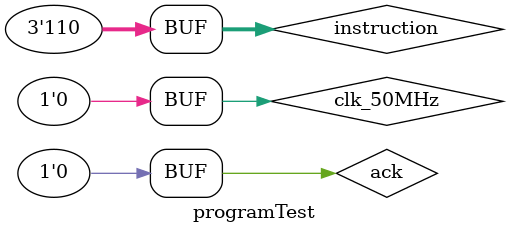
<source format=v>
`timescale 1ns / 1ps


module programTest;

	// Inputs
	reg clk_50MHz;
	reg [2:0] instruction;
	reg ack;

	// Outputs
	wire req;
	wire [41:0] display;
	wire isWatch;
	wire isAlarm;
	wire isStop;
	wire isAPmode;
	wire isSETmode;
	wire isAlarmSet;

	// Instantiate the Unit Under Test (UUT)
	ProgrammableWatch uut (
		.clk_50MHz(clk_50MHz), 
		.instruction(instruction), 
		.ack(ack), 
		.req(req), 
		.display(display), 
		.isWatch(isWatch), 
		.isAlarm(isAlarm), 
		.isStop(isStop), 
		.isAPmode(isAPmode), 
		.isSETmode(isSETmode), 
		.isAlarmSet(isAlarmSet)
	);

	initial begin
		// Initialize Inputs
		clk_50MHz = 0;
		instruction = 0;
		ack = 0;
		#50;
		
		#15; 
		instruction = 3'b011;
		#5; 
		ack = 1;
		#100;
		ack = 0;
		#15; 
		instruction = 3'b100;
		#5; 
		ack = 1;
		#100;
		ack = 0;
		#15; 
		instruction = 3'b101;
		#5; 
		ack = 1;
		#100;
		ack = 0;
		#15; 
		instruction = 3'b110;
		#5; 
		ack = 1;
		#100;
		ack = 0;

		// Wait 100 ns for global reset to finish
        
		// Add stimulus here

	end
	
	always begin
		#10; clk_50MHz = 1;
		#10; clk_50MHz = 0;
	end      
endmodule


</source>
